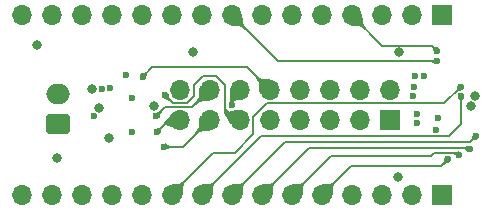
<source format=gbr>
%TF.GenerationSoftware,KiCad,Pcbnew,7.0.8*%
%TF.CreationDate,2023-10-11T21:33:04+02:00*%
%TF.ProjectId,LvL_shifter_shield,4c764c5f-7368-4696-9674-65725f736869,rev?*%
%TF.SameCoordinates,Original*%
%TF.FileFunction,Copper,L4,Inr*%
%TF.FilePolarity,Positive*%
%FSLAX46Y46*%
G04 Gerber Fmt 4.6, Leading zero omitted, Abs format (unit mm)*
G04 Created by KiCad (PCBNEW 7.0.8) date 2023-10-11 21:33:04*
%MOMM*%
%LPD*%
G01*
G04 APERTURE LIST*
G04 Aperture macros list*
%AMRoundRect*
0 Rectangle with rounded corners*
0 $1 Rounding radius*
0 $2 $3 $4 $5 $6 $7 $8 $9 X,Y pos of 4 corners*
0 Add a 4 corners polygon primitive as box body*
4,1,4,$2,$3,$4,$5,$6,$7,$8,$9,$2,$3,0*
0 Add four circle primitives for the rounded corners*
1,1,$1+$1,$2,$3*
1,1,$1+$1,$4,$5*
1,1,$1+$1,$6,$7*
1,1,$1+$1,$8,$9*
0 Add four rect primitives between the rounded corners*
20,1,$1+$1,$2,$3,$4,$5,0*
20,1,$1+$1,$4,$5,$6,$7,0*
20,1,$1+$1,$6,$7,$8,$9,0*
20,1,$1+$1,$8,$9,$2,$3,0*%
G04 Aperture macros list end*
%TA.AperFunction,ComponentPad*%
%ADD10RoundRect,0.250000X0.750000X-0.600000X0.750000X0.600000X-0.750000X0.600000X-0.750000X-0.600000X0*%
%TD*%
%TA.AperFunction,ComponentPad*%
%ADD11O,2.000000X1.700000*%
%TD*%
%TA.AperFunction,ComponentPad*%
%ADD12R,1.700000X1.700000*%
%TD*%
%TA.AperFunction,ComponentPad*%
%ADD13O,1.700000X1.700000*%
%TD*%
%TA.AperFunction,ViaPad*%
%ADD14C,0.800000*%
%TD*%
%TA.AperFunction,ViaPad*%
%ADD15C,0.600000*%
%TD*%
%TA.AperFunction,Conductor*%
%ADD16C,0.150000*%
%TD*%
G04 APERTURE END LIST*
D10*
%TO.N,GND*%
%TO.C,J4*%
X109067600Y-87325200D03*
D11*
%TO.N,+5V*%
X109067600Y-84825200D03*
%TD*%
D12*
%TO.N,Net-(J1-Pin_1)*%
%TO.C,J1*%
X137160000Y-86995000D03*
D13*
%TO.N,Net-(J1-Pin_2)*%
X137160000Y-84455000D03*
%TO.N,Net-(J1-Pin_3)*%
X134620000Y-86995000D03*
%TO.N,GND*%
X134620000Y-84455000D03*
%TO.N,Net-(J1-Pin_5)*%
X132080000Y-86995000D03*
%TO.N,Net-(J1-Pin_6)*%
X132080000Y-84455000D03*
%TO.N,Net-(J1-Pin_7)*%
X129540000Y-86995000D03*
%TO.N,Net-(J1-Pin_8)*%
X129540000Y-84455000D03*
%TO.N,Net-(J1-Pin_9)*%
X127000000Y-86995000D03*
%TO.N,Net-(J1-Pin_10)*%
X127000000Y-84455000D03*
%TO.N,Net-(J1-Pin_11)*%
X124460000Y-86995000D03*
%TO.N,Net-(J1-Pin_12)*%
X124460000Y-84455000D03*
%TO.N,Net-(J1-Pin_13)*%
X121920000Y-86995000D03*
%TO.N,Net-(J1-Pin_14)*%
X121920000Y-84455000D03*
%TO.N,Net-(J1-Pin_15)*%
X119380000Y-86995000D03*
%TO.N,GND*%
X119380000Y-84455000D03*
%TD*%
D12*
%TO.N,unconnected-(J3-Pin_1-Pad1)*%
%TO.C,J3*%
X141605000Y-93345000D03*
D13*
%TO.N,unconnected-(J3-Pin_2-Pad2)*%
X139065000Y-93345000D03*
%TO.N,unconnected-(J3-Pin_3-Pad3)*%
X136525000Y-93345000D03*
%TO.N,GND*%
X133985000Y-93345000D03*
%TO.N,Net-(J3-Pin_5)*%
X131445000Y-93345000D03*
%TO.N,Net-(J3-Pin_6)*%
X128905000Y-93345000D03*
%TO.N,Net-(J3-Pin_7)*%
X126365000Y-93345000D03*
%TO.N,Net-(J3-Pin_8)*%
X123825000Y-93345000D03*
%TO.N,Net-(J3-Pin_9)*%
X121285000Y-93345000D03*
%TO.N,Net-(J3-Pin_10)*%
X118745000Y-93345000D03*
%TO.N,unconnected-(J3-Pin_11-Pad11)*%
X116205000Y-93345000D03*
%TO.N,Net-(J3-Pin_12)*%
X113665000Y-93345000D03*
%TO.N,Net-(J3-Pin_13)*%
X111125000Y-93345000D03*
%TO.N,Net-(J3-Pin_14)*%
X108585000Y-93345000D03*
%TO.N,unconnected-(J3-Pin_15-Pad15)*%
X106045000Y-93345000D03*
%TD*%
D12*
%TO.N,unconnected-(J2-Pin_1-Pad1)*%
%TO.C,J2*%
X141575000Y-78105000D03*
D13*
%TO.N,+3.3V*%
X139035000Y-78105000D03*
%TO.N,unconnected-(J2-Pin_3-Pad3)*%
X136495000Y-78105000D03*
%TO.N,Net-(J2-Pin_4)*%
X133955000Y-78105000D03*
%TO.N,Net-(J2-Pin_5)*%
X131415000Y-78105000D03*
%TO.N,Net-(J2-Pin_6)*%
X128875000Y-78105000D03*
%TO.N,Net-(J2-Pin_7)*%
X126335000Y-78105000D03*
%TO.N,Net-(J2-Pin_8)*%
X123795000Y-78105000D03*
%TO.N,unconnected-(J2-Pin_9-Pad9)*%
X121255000Y-78105000D03*
%TO.N,unconnected-(J2-Pin_10-Pad10)*%
X118715000Y-78105000D03*
%TO.N,unconnected-(J2-Pin_11-Pad11)*%
X116175000Y-78105000D03*
%TO.N,unconnected-(J2-Pin_12-Pad12)*%
X113635000Y-78105000D03*
%TO.N,unconnected-(J2-Pin_13-Pad13)*%
X111095000Y-78105000D03*
%TO.N,GND*%
X108555000Y-78105000D03*
%TO.N,unconnected-(J2-Pin_15-Pad15)*%
X106015000Y-78105000D03*
%TD*%
D14*
%TO.N,+5V*%
X108966000Y-90220800D03*
X117217418Y-85805109D03*
X137845800Y-91846400D03*
%TO.N,GND*%
X137936900Y-81280000D03*
X113411000Y-88519000D03*
X107315000Y-80645000D03*
X120548400Y-81280000D03*
%TO.N,+3.3V*%
X144094200Y-85852000D03*
X111973957Y-84349500D03*
D15*
%TO.N,Net-(J1-Pin_1)*%
X141071600Y-87815900D03*
%TO.N,Net-(J1-Pin_2)*%
X139471400Y-87249000D03*
%TO.N,Net-(J1-Pin_3)*%
X141224000Y-86791800D03*
%TO.N,Net-(J1-Pin_5)*%
X139471400Y-86449500D03*
%TO.N,Net-(J1-Pin_6)*%
X139106900Y-85000500D03*
%TO.N,Net-(J1-Pin_7)*%
X139213273Y-84223994D03*
%TO.N,Net-(J1-Pin_8)*%
X139318127Y-83252300D03*
%TO.N,Net-(J1-Pin_9)*%
X140055600Y-83252300D03*
%TO.N,Net-(J1-Pin_10)*%
X116255800Y-83328500D03*
%TO.N,Net-(J1-Pin_11)*%
X118161541Y-84911459D03*
%TO.N,Net-(J1-Pin_12)*%
X123799600Y-85725000D03*
%TO.N,Net-(J1-Pin_13)*%
X118059200Y-89255600D03*
%TO.N,Net-(J1-Pin_14)*%
X117398800Y-86690200D03*
%TO.N,Net-(J1-Pin_15)*%
X117449600Y-88011000D03*
%TO.N,Net-(J2-Pin_4)*%
X141198600Y-81178400D03*
%TO.N,Net-(J2-Pin_5)*%
X114808000Y-83210400D03*
%TO.N,Net-(J2-Pin_6)*%
X113471413Y-84285500D03*
%TO.N,Net-(J2-Pin_7)*%
X112773200Y-84369864D03*
%TO.N,Net-(J2-Pin_8)*%
X141198600Y-82016600D03*
%TO.N,Net-(J3-Pin_5)*%
X142087600Y-90322400D03*
%TO.N,Net-(J3-Pin_6)*%
X143078200Y-89941400D03*
%TO.N,Net-(J3-Pin_7)*%
X143941800Y-89433400D03*
%TO.N,Net-(J3-Pin_8)*%
X144475200Y-88341200D03*
%TO.N,Net-(J3-Pin_9)*%
X143214100Y-84939103D03*
%TO.N,Net-(J3-Pin_10)*%
X143205200Y-84175600D03*
%TO.N,Net-(J3-Pin_12)*%
X115341400Y-85166200D03*
%TO.N,Net-(J3-Pin_13)*%
X112166400Y-86635500D03*
%TO.N,Net-(J3-Pin_14)*%
X115366800Y-87994500D03*
D14*
%TO.N,Net-(U1-OE)*%
X144373600Y-84963000D03*
%TO.N,Net-(U2-OE)*%
X112582201Y-85952628D03*
%TD*%
D16*
%TO.N,Net-(J1-Pin_10)*%
X116255800Y-83328500D02*
X117059700Y-82524600D01*
X117059700Y-82524600D02*
X125069600Y-82524600D01*
X125069600Y-82524600D02*
X127000000Y-84455000D01*
%TO.N,Net-(J1-Pin_11)*%
X119989600Y-85572600D02*
X120573800Y-84988400D01*
X123190000Y-86080600D02*
X124104400Y-86995000D01*
X118822682Y-85572600D02*
X119989600Y-85572600D01*
X124104400Y-86995000D02*
X124460000Y-86995000D01*
X122428000Y-83261200D02*
X123190000Y-84023200D01*
X120573800Y-84074000D02*
X121386600Y-83261200D01*
X121386600Y-83261200D02*
X122428000Y-83261200D01*
X123190000Y-84023200D02*
X123190000Y-86080600D01*
X118161541Y-84911459D02*
X118822682Y-85572600D01*
X120573800Y-84988400D02*
X120573800Y-84074000D01*
%TO.N,Net-(J1-Pin_12)*%
X123799600Y-85725000D02*
X123799600Y-85115400D01*
X123799600Y-85115400D02*
X124460000Y-84455000D01*
%TO.N,Net-(J1-Pin_13)*%
X119659400Y-89255600D02*
X121920000Y-86995000D01*
X118059200Y-89255600D02*
X119659400Y-89255600D01*
%TO.N,Net-(J1-Pin_14)*%
X117398800Y-86690200D02*
X118160800Y-85928200D01*
X118160800Y-85928200D02*
X120446800Y-85928200D01*
X120446800Y-85928200D02*
X121920000Y-84455000D01*
%TO.N,Net-(J1-Pin_15)*%
X117449600Y-88011000D02*
X118465600Y-86995000D01*
X118465600Y-86995000D02*
X119380000Y-86995000D01*
%TO.N,Net-(J2-Pin_4)*%
X133955000Y-78105000D02*
X136555000Y-80705000D01*
X140725200Y-80705000D02*
X141198600Y-81178400D01*
X136555000Y-80705000D02*
X140725200Y-80705000D01*
%TO.N,Net-(J2-Pin_8)*%
X127706600Y-82016600D02*
X123795000Y-78105000D01*
X141198600Y-82016600D02*
X127706600Y-82016600D01*
%TO.N,Net-(J3-Pin_5)*%
X133883400Y-90906600D02*
X131445000Y-93345000D01*
X142087600Y-90322400D02*
X141503400Y-90906600D01*
X141503400Y-90906600D02*
X133883400Y-90906600D01*
%TO.N,Net-(J3-Pin_6)*%
X143078200Y-89941400D02*
X142925800Y-89789000D01*
X140944600Y-89789000D02*
X140690600Y-90043000D01*
X142925800Y-89789000D02*
X140944600Y-89789000D01*
X140690600Y-90043000D02*
X132207000Y-90043000D01*
X132207000Y-90043000D02*
X128905000Y-93345000D01*
%TO.N,Net-(J3-Pin_7)*%
X143840200Y-89331800D02*
X143941800Y-89433400D01*
X130378200Y-89331800D02*
X143840200Y-89331800D01*
X126365000Y-93345000D02*
X130378200Y-89331800D01*
%TO.N,Net-(J3-Pin_8)*%
X143967200Y-88849200D02*
X144475200Y-88341200D01*
X123825000Y-93345000D02*
X128320800Y-88849200D01*
X128320800Y-88849200D02*
X143967200Y-88849200D01*
%TO.N,Net-(J3-Pin_9)*%
X143214100Y-84939103D02*
X143214100Y-87341700D01*
X142163800Y-88392000D02*
X126238000Y-88392000D01*
X143214100Y-87341700D02*
X142163800Y-88392000D01*
X126238000Y-88392000D02*
X121285000Y-93345000D01*
%TO.N,Net-(J3-Pin_10)*%
X122224800Y-89763600D02*
X124079000Y-89763600D01*
X124079000Y-89763600D02*
X125628400Y-88214200D01*
X125628400Y-86741000D02*
X126771400Y-85598000D01*
X126771400Y-85598000D02*
X141782800Y-85598000D01*
X118745000Y-93345000D02*
X118745000Y-93243400D01*
X141782800Y-85598000D02*
X143205200Y-84175600D01*
X118745000Y-93243400D02*
X122224800Y-89763600D01*
X125628400Y-88214200D02*
X125628400Y-86741000D01*
%TD*%
%TA.AperFunction,Conductor*%
%TO.N,Net-(J1-Pin_12)*%
G36*
X124460445Y-84457426D02*
G01*
X124462993Y-84461236D01*
X124780222Y-85228069D01*
X124780218Y-85237024D01*
X124773884Y-85243353D01*
X124772525Y-85243820D01*
X124508401Y-85316759D01*
X124506718Y-85317093D01*
X124409476Y-85329073D01*
X124258849Y-85347631D01*
X124258842Y-85347632D01*
X124258837Y-85347633D01*
X124057911Y-85388399D01*
X123923561Y-85495465D01*
X123876575Y-85715741D01*
X123871497Y-85723117D01*
X123865132Y-85725000D01*
X123735867Y-85725000D01*
X123727594Y-85721573D01*
X123724175Y-85713741D01*
X123723480Y-85695357D01*
X123712681Y-85409296D01*
X123684260Y-85186148D01*
X123650363Y-84993987D01*
X123650325Y-84993747D01*
X123621949Y-84770952D01*
X123621908Y-84770448D01*
X123610457Y-84467124D01*
X123613570Y-84458730D01*
X123621708Y-84454993D01*
X123622093Y-84454985D01*
X124452168Y-84454009D01*
X124460445Y-84457426D01*
G37*
%TD.AperFunction*%
%TD*%
%TA.AperFunction,Conductor*%
%TO.N,Net-(J1-Pin_13)*%
G36*
X121146732Y-86674687D02*
G01*
X121148057Y-86675234D01*
X121916215Y-86992438D01*
X121922552Y-86998761D01*
X121922562Y-86998785D01*
X122240312Y-87768267D01*
X122240303Y-87777222D01*
X122233964Y-87783547D01*
X122232790Y-87783960D01*
X121871108Y-87890003D01*
X121868831Y-87890432D01*
X121575084Y-87916019D01*
X121320392Y-87933669D01*
X121065741Y-88019596D01*
X120779109Y-88243735D01*
X120770481Y-88246131D01*
X120763629Y-88242791D01*
X120672208Y-88151370D01*
X120668781Y-88143097D01*
X120671262Y-88135892D01*
X120895402Y-87849258D01*
X120981329Y-87594605D01*
X120998980Y-87339914D01*
X121024565Y-87046164D01*
X121024994Y-87043890D01*
X121040080Y-86992437D01*
X121131040Y-86682207D01*
X121136655Y-86675234D01*
X121145558Y-86674274D01*
X121146732Y-86674687D01*
G37*
%TD.AperFunction*%
%TD*%
%TA.AperFunction,Conductor*%
%TO.N,Net-(J3-Pin_10)*%
G36*
X119840580Y-92056628D02*
G01*
X119932018Y-92148066D01*
X119935445Y-92156339D01*
X119933090Y-92163379D01*
X119712461Y-92456273D01*
X119642069Y-92719450D01*
X119642069Y-92719452D01*
X119644161Y-92983623D01*
X119634904Y-93286235D01*
X119634495Y-93288961D01*
X119533793Y-93657489D01*
X119528307Y-93664566D01*
X119519423Y-93665691D01*
X119518041Y-93665219D01*
X118748785Y-93347562D01*
X118742447Y-93341238D01*
X118424609Y-92571543D01*
X118424618Y-92562589D01*
X118430957Y-92556264D01*
X118431940Y-92555909D01*
X118781357Y-92447482D01*
X118783233Y-92447066D01*
X119064119Y-92408800D01*
X119306017Y-92375605D01*
X119548763Y-92278705D01*
X119824959Y-92055795D01*
X119833549Y-92053267D01*
X119840580Y-92056628D01*
G37*
%TD.AperFunction*%
%TD*%
%TA.AperFunction,Conductor*%
%TO.N,Net-(J3-Pin_6)*%
G36*
X130061370Y-92097208D02*
G01*
X130152791Y-92188629D01*
X130156218Y-92196902D01*
X130153735Y-92204109D01*
X129929596Y-92490741D01*
X129843669Y-92745392D01*
X129826019Y-93000084D01*
X129800432Y-93293831D01*
X129800003Y-93296108D01*
X129693960Y-93657790D01*
X129688344Y-93664765D01*
X129679441Y-93665725D01*
X129678267Y-93665312D01*
X128908785Y-93347562D01*
X128902447Y-93341238D01*
X128584687Y-92571732D01*
X128584696Y-92562777D01*
X128591035Y-92556452D01*
X128592193Y-92556044D01*
X128953893Y-92449993D01*
X128956164Y-92449565D01*
X129249914Y-92423980D01*
X129504605Y-92406329D01*
X129759258Y-92320402D01*
X130045892Y-92096263D01*
X130054518Y-92093868D01*
X130061370Y-92097208D01*
G37*
%TD.AperFunction*%
%TD*%
%TA.AperFunction,Conductor*%
%TO.N,Net-(J2-Pin_4)*%
G36*
X134737222Y-77784696D02*
G01*
X134743547Y-77791035D01*
X134743960Y-77792209D01*
X134850003Y-78153890D01*
X134850432Y-78156167D01*
X134876019Y-78449914D01*
X134893669Y-78704605D01*
X134979597Y-78959258D01*
X135203735Y-79245890D01*
X135206131Y-79254518D01*
X135202791Y-79261370D01*
X135111370Y-79352791D01*
X135103097Y-79356218D01*
X135095890Y-79353735D01*
X134969009Y-79254518D01*
X134809258Y-79129597D01*
X134554605Y-79043669D01*
X134299914Y-79026019D01*
X134006167Y-79000432D01*
X134003890Y-79000003D01*
X133642209Y-78893960D01*
X133635234Y-78888344D01*
X133634274Y-78879441D01*
X133634687Y-78878267D01*
X133706399Y-78704605D01*
X133952438Y-78108783D01*
X133958759Y-78102448D01*
X134728267Y-77784687D01*
X134737222Y-77784696D01*
G37*
%TD.AperFunction*%
%TD*%
%TA.AperFunction,Conductor*%
%TO.N,Net-(J1-Pin_10)*%
G36*
X125859107Y-83206263D02*
G01*
X126145740Y-83430402D01*
X126400393Y-83516329D01*
X126655084Y-83533980D01*
X126948832Y-83559565D01*
X126951107Y-83559993D01*
X127312791Y-83666039D01*
X127319765Y-83671655D01*
X127320725Y-83680558D01*
X127320312Y-83681732D01*
X127002562Y-84451214D01*
X126996237Y-84457553D01*
X126996214Y-84457562D01*
X126226732Y-84775312D01*
X126217777Y-84775303D01*
X126211452Y-84768964D01*
X126211042Y-84767800D01*
X126104993Y-84406107D01*
X126104565Y-84403831D01*
X126078980Y-84110084D01*
X126061329Y-83855393D01*
X125975402Y-83600740D01*
X125751263Y-83314107D01*
X125748868Y-83305481D01*
X125752207Y-83298630D01*
X125843630Y-83207207D01*
X125851902Y-83203781D01*
X125859107Y-83206263D01*
G37*
%TD.AperFunction*%
%TD*%
%TA.AperFunction,Conductor*%
%TO.N,Net-(J3-Pin_9)*%
G36*
X122441370Y-92097208D02*
G01*
X122532791Y-92188629D01*
X122536218Y-92196902D01*
X122533735Y-92204109D01*
X122309596Y-92490741D01*
X122223669Y-92745392D01*
X122206019Y-93000084D01*
X122180432Y-93293831D01*
X122180003Y-93296108D01*
X122073960Y-93657790D01*
X122068344Y-93664765D01*
X122059441Y-93665725D01*
X122058267Y-93665312D01*
X121288785Y-93347562D01*
X121282447Y-93341238D01*
X120964687Y-92571732D01*
X120964696Y-92562777D01*
X120971035Y-92556452D01*
X120972193Y-92556044D01*
X121333893Y-92449993D01*
X121336164Y-92449565D01*
X121629914Y-92423980D01*
X121884605Y-92406329D01*
X122139258Y-92320402D01*
X122425892Y-92096263D01*
X122434518Y-92093868D01*
X122441370Y-92097208D01*
G37*
%TD.AperFunction*%
%TD*%
%TA.AperFunction,Conductor*%
%TO.N,Net-(J3-Pin_6)*%
G36*
X143074348Y-89645042D02*
G01*
X143078223Y-89653115D01*
X143078241Y-89653717D01*
X143079183Y-89936514D01*
X143075784Y-89944799D01*
X143075737Y-89944846D01*
X142875190Y-90144451D01*
X142866908Y-90147858D01*
X142858643Y-90144412D01*
X142857896Y-90143585D01*
X142791780Y-90063106D01*
X142791322Y-90062465D01*
X142742514Y-89983412D01*
X142696785Y-89920450D01*
X142632080Y-89878956D01*
X142632078Y-89878955D01*
X142632077Y-89878955D01*
X142536220Y-89865420D01*
X142528507Y-89860870D01*
X142526156Y-89853835D01*
X142526156Y-89725075D01*
X142529583Y-89716802D01*
X142537214Y-89713393D01*
X142565258Y-89711854D01*
X142663734Y-89706450D01*
X142663737Y-89706449D01*
X142663747Y-89706449D01*
X142730202Y-89694090D01*
X142760566Y-89688444D01*
X142790183Y-89680796D01*
X142843610Y-89667001D01*
X142843978Y-89666920D01*
X142940246Y-89649017D01*
X142940974Y-89648929D01*
X143065902Y-89642074D01*
X143074348Y-89645042D01*
G37*
%TD.AperFunction*%
%TD*%
%TA.AperFunction,Conductor*%
%TO.N,Net-(J2-Pin_4)*%
G36*
X140835579Y-80707975D02*
G01*
X140925963Y-80783620D01*
X140925965Y-80783621D01*
X140925966Y-80783621D01*
X140925968Y-80783623D01*
X141008806Y-80822865D01*
X141090947Y-80840861D01*
X141187100Y-80859571D01*
X141187809Y-80859757D01*
X141301481Y-80897298D01*
X141308262Y-80903147D01*
X141308922Y-80912077D01*
X141308635Y-80912852D01*
X141201163Y-81174584D01*
X141194851Y-81180936D01*
X141194784Y-81180963D01*
X140933052Y-81288435D01*
X140924097Y-81288408D01*
X140917785Y-81282056D01*
X140917498Y-81281281D01*
X140879958Y-81167613D01*
X140879770Y-81166895D01*
X140861061Y-81070747D01*
X140843065Y-80988606D01*
X140803823Y-80905768D01*
X140803821Y-80905766D01*
X140803821Y-80905765D01*
X140803820Y-80905763D01*
X140728175Y-80815379D01*
X140725493Y-80806835D01*
X140728873Y-80799598D01*
X140819798Y-80708673D01*
X140828070Y-80705247D01*
X140835579Y-80707975D01*
G37*
%TD.AperFunction*%
%TD*%
%TA.AperFunction,Conductor*%
%TO.N,Net-(J1-Pin_12)*%
G36*
X123872166Y-85128427D02*
G01*
X123875547Y-85135665D01*
X123885969Y-85253068D01*
X123885970Y-85253074D01*
X123916795Y-85339392D01*
X123916795Y-85339393D01*
X123962153Y-85410203D01*
X124016912Y-85491421D01*
X124017287Y-85492061D01*
X124071116Y-85598978D01*
X124071776Y-85607908D01*
X124065927Y-85614689D01*
X124065177Y-85615035D01*
X123804111Y-85724115D01*
X123795156Y-85724142D01*
X123795089Y-85724115D01*
X123534021Y-85615035D01*
X123527709Y-85608683D01*
X123527736Y-85599728D01*
X123528067Y-85599010D01*
X123581920Y-85492044D01*
X123582281Y-85491428D01*
X123637045Y-85410203D01*
X123682403Y-85339394D01*
X123713230Y-85253070D01*
X123723653Y-85135664D01*
X123727798Y-85127728D01*
X123735307Y-85125000D01*
X123863893Y-85125000D01*
X123872166Y-85128427D01*
G37*
%TD.AperFunction*%
%TD*%
%TA.AperFunction,Conductor*%
%TO.N,Net-(J3-Pin_8)*%
G36*
X124981370Y-92097208D02*
G01*
X125072791Y-92188629D01*
X125076218Y-92196902D01*
X125073735Y-92204109D01*
X124849596Y-92490741D01*
X124763669Y-92745392D01*
X124746019Y-93000084D01*
X124720432Y-93293831D01*
X124720003Y-93296108D01*
X124613960Y-93657790D01*
X124608344Y-93664765D01*
X124599441Y-93665725D01*
X124598267Y-93665312D01*
X123828785Y-93347562D01*
X123822447Y-93341238D01*
X123504687Y-92571732D01*
X123504696Y-92562777D01*
X123511035Y-92556452D01*
X123512193Y-92556044D01*
X123873893Y-92449993D01*
X123876164Y-92449565D01*
X124169914Y-92423980D01*
X124424605Y-92406329D01*
X124679258Y-92320402D01*
X124965892Y-92096263D01*
X124974518Y-92093868D01*
X124981370Y-92097208D01*
G37*
%TD.AperFunction*%
%TD*%
%TA.AperFunction,Conductor*%
%TO.N,Net-(J1-Pin_11)*%
G36*
X123264278Y-85978647D02*
G01*
X123267312Y-85983912D01*
X123331344Y-86224621D01*
X123511829Y-86295693D01*
X123511832Y-86295694D01*
X123778642Y-86259046D01*
X123778643Y-86259046D01*
X123778646Y-86259045D01*
X123778648Y-86259045D01*
X124103683Y-86185344D01*
X124104269Y-86185244D01*
X124446986Y-86146472D01*
X124455591Y-86148947D01*
X124459926Y-86156783D01*
X124460000Y-86158098D01*
X124460000Y-86988173D01*
X124456573Y-86996446D01*
X124452766Y-86998987D01*
X123684738Y-87316136D01*
X123675783Y-87316127D01*
X123669821Y-87310581D01*
X123509450Y-86991899D01*
X123357263Y-86765878D01*
X123232445Y-86570660D01*
X123231286Y-86568294D01*
X123146948Y-86331622D01*
X123146316Y-86328728D01*
X123116128Y-85987952D01*
X123118811Y-85979409D01*
X123126750Y-85975266D01*
X123127782Y-85975220D01*
X123256005Y-85975220D01*
X123264278Y-85978647D01*
G37*
%TD.AperFunction*%
%TD*%
%TA.AperFunction,Conductor*%
%TO.N,Net-(J1-Pin_15)*%
G36*
X117828402Y-87541274D02*
G01*
X117919325Y-87632197D01*
X117922752Y-87640470D01*
X117920024Y-87647979D01*
X117844379Y-87738363D01*
X117844377Y-87738366D01*
X117844376Y-87738368D01*
X117829190Y-87770423D01*
X117805132Y-87821206D01*
X117787137Y-87903347D01*
X117768427Y-87999495D01*
X117768239Y-88000213D01*
X117730701Y-88113881D01*
X117724852Y-88120662D01*
X117715922Y-88121322D01*
X117715147Y-88121035D01*
X117453415Y-88013563D01*
X117447063Y-88007251D01*
X117447036Y-88007184D01*
X117370670Y-87821206D01*
X117339564Y-87745450D01*
X117339591Y-87736497D01*
X117345943Y-87730185D01*
X117346711Y-87729900D01*
X117460392Y-87692355D01*
X117461093Y-87692172D01*
X117557251Y-87673461D01*
X117639393Y-87655465D01*
X117722231Y-87616223D01*
X117812620Y-87540575D01*
X117821164Y-87537893D01*
X117828402Y-87541274D01*
G37*
%TD.AperFunction*%
%TD*%
%TA.AperFunction,Conductor*%
%TO.N,Net-(J3-Pin_10)*%
G36*
X142939634Y-84065557D02*
G01*
X143140876Y-84148190D01*
X143201384Y-84173036D01*
X143207736Y-84179348D01*
X143207763Y-84179415D01*
X143315235Y-84441147D01*
X143315208Y-84450102D01*
X143308856Y-84456414D01*
X143308081Y-84456701D01*
X143194413Y-84494239D01*
X143193695Y-84494427D01*
X143097547Y-84513137D01*
X143015406Y-84531132D01*
X142966287Y-84554402D01*
X142932568Y-84570376D01*
X142932566Y-84570377D01*
X142932563Y-84570379D01*
X142842179Y-84646024D01*
X142833635Y-84648706D01*
X142826397Y-84645325D01*
X142735474Y-84554402D01*
X142732047Y-84546129D01*
X142734775Y-84538620D01*
X142810420Y-84448235D01*
X142810421Y-84448233D01*
X142810420Y-84448233D01*
X142810423Y-84448231D01*
X142849665Y-84365393D01*
X142867661Y-84283251D01*
X142886372Y-84187093D01*
X142886555Y-84186392D01*
X142924098Y-84072717D01*
X142929947Y-84065937D01*
X142938877Y-84065277D01*
X142939634Y-84065557D01*
G37*
%TD.AperFunction*%
%TD*%
%TA.AperFunction,Conductor*%
%TO.N,Net-(J3-Pin_7)*%
G36*
X143825178Y-89160694D02*
G01*
X143831487Y-89166988D01*
X143940915Y-89428889D01*
X143940942Y-89437844D01*
X143940915Y-89437911D01*
X143832218Y-89698061D01*
X143825866Y-89704373D01*
X143816911Y-89704346D01*
X143815389Y-89703574D01*
X143708201Y-89639022D01*
X143705644Y-89636940D01*
X143632584Y-89557860D01*
X143632343Y-89557583D01*
X143571761Y-89483118D01*
X143506427Y-89437911D01*
X143492377Y-89428189D01*
X143371815Y-89408408D01*
X143364205Y-89403686D01*
X143362009Y-89396862D01*
X143362009Y-89268331D01*
X143365436Y-89260058D01*
X143373537Y-89256632D01*
X143478678Y-89255108D01*
X143480612Y-89255080D01*
X143494701Y-89253836D01*
X143565151Y-89247617D01*
X143636888Y-89230958D01*
X143717083Y-89201649D01*
X143816224Y-89160686D01*
X143825178Y-89160694D01*
G37*
%TD.AperFunction*%
%TD*%
%TA.AperFunction,Conductor*%
%TO.N,Net-(J3-Pin_8)*%
G36*
X144209634Y-88231157D02*
G01*
X144410876Y-88313790D01*
X144471384Y-88338636D01*
X144477736Y-88344948D01*
X144477763Y-88345015D01*
X144585235Y-88606747D01*
X144585208Y-88615702D01*
X144578856Y-88622014D01*
X144578081Y-88622301D01*
X144464413Y-88659839D01*
X144463695Y-88660027D01*
X144367547Y-88678737D01*
X144285406Y-88696732D01*
X144236287Y-88720002D01*
X144202568Y-88735976D01*
X144202566Y-88735977D01*
X144202563Y-88735979D01*
X144112179Y-88811624D01*
X144103635Y-88814306D01*
X144096397Y-88810925D01*
X144005474Y-88720002D01*
X144002047Y-88711729D01*
X144004775Y-88704220D01*
X144080420Y-88613835D01*
X144080421Y-88613833D01*
X144080420Y-88613833D01*
X144080423Y-88613831D01*
X144119665Y-88530993D01*
X144137661Y-88448851D01*
X144156372Y-88352693D01*
X144156555Y-88351992D01*
X144194098Y-88238317D01*
X144199947Y-88231537D01*
X144208877Y-88230877D01*
X144209634Y-88231157D01*
G37*
%TD.AperFunction*%
%TD*%
%TA.AperFunction,Conductor*%
%TO.N,Net-(J3-Pin_5)*%
G36*
X132601370Y-92097208D02*
G01*
X132692791Y-92188629D01*
X132696218Y-92196902D01*
X132693735Y-92204109D01*
X132469596Y-92490741D01*
X132383669Y-92745392D01*
X132366019Y-93000084D01*
X132340432Y-93293831D01*
X132340003Y-93296108D01*
X132233960Y-93657790D01*
X132228344Y-93664765D01*
X132219441Y-93665725D01*
X132218267Y-93665312D01*
X131448785Y-93347562D01*
X131442447Y-93341238D01*
X131124687Y-92571732D01*
X131124696Y-92562777D01*
X131131035Y-92556452D01*
X131132193Y-92556044D01*
X131493893Y-92449993D01*
X131496164Y-92449565D01*
X131789914Y-92423980D01*
X132044605Y-92406329D01*
X132299258Y-92320402D01*
X132585892Y-92096263D01*
X132594518Y-92093868D01*
X132601370Y-92097208D01*
G37*
%TD.AperFunction*%
%TD*%
%TA.AperFunction,Conductor*%
%TO.N,Net-(J3-Pin_9)*%
G36*
X143408891Y-85019490D02*
G01*
X143479677Y-85049067D01*
X143485989Y-85055419D01*
X143485962Y-85064374D01*
X143485616Y-85065124D01*
X143431787Y-85172040D01*
X143431412Y-85172680D01*
X143376653Y-85253899D01*
X143331295Y-85324707D01*
X143331295Y-85324708D01*
X143300470Y-85411026D01*
X143300469Y-85411032D01*
X143290047Y-85528438D01*
X143285902Y-85536375D01*
X143278393Y-85539103D01*
X143149807Y-85539103D01*
X143141534Y-85535676D01*
X143138153Y-85528438D01*
X143127730Y-85411031D01*
X143096903Y-85324707D01*
X143051545Y-85253899D01*
X142996786Y-85172680D01*
X142996416Y-85172050D01*
X142942581Y-85065121D01*
X142941922Y-85056194D01*
X142947771Y-85049413D01*
X142948508Y-85049072D01*
X143209590Y-84939986D01*
X143218544Y-84939960D01*
X143408891Y-85019490D01*
G37*
%TD.AperFunction*%
%TD*%
%TA.AperFunction,Conductor*%
%TO.N,Net-(J2-Pin_8)*%
G36*
X141088289Y-81750271D02*
G01*
X141088635Y-81751021D01*
X141197715Y-82012089D01*
X141197742Y-82021044D01*
X141197715Y-82021111D01*
X141088635Y-82282177D01*
X141082283Y-82288489D01*
X141073328Y-82288462D01*
X141072578Y-82288116D01*
X141006795Y-82254996D01*
X140965656Y-82234284D01*
X140965021Y-82233912D01*
X140883803Y-82179153D01*
X140812993Y-82133795D01*
X140726674Y-82102970D01*
X140726671Y-82102969D01*
X140726670Y-82102969D01*
X140704216Y-82100975D01*
X140609265Y-82092546D01*
X140601328Y-82088401D01*
X140598600Y-82080892D01*
X140598600Y-81952307D01*
X140602027Y-81944034D01*
X140609264Y-81940653D01*
X140726670Y-81930230D01*
X140812994Y-81899403D01*
X140883803Y-81854045D01*
X140965028Y-81799281D01*
X140965644Y-81798920D01*
X141072581Y-81745081D01*
X141081508Y-81744422D01*
X141088289Y-81750271D01*
G37*
%TD.AperFunction*%
%TD*%
%TA.AperFunction,Conductor*%
%TO.N,Net-(J3-Pin_5)*%
G36*
X141822034Y-90212357D02*
G01*
X142023276Y-90294990D01*
X142083784Y-90319836D01*
X142090136Y-90326148D01*
X142090163Y-90326215D01*
X142197635Y-90587947D01*
X142197608Y-90596902D01*
X142191256Y-90603214D01*
X142190481Y-90603501D01*
X142076813Y-90641039D01*
X142076095Y-90641227D01*
X141979947Y-90659937D01*
X141897806Y-90677932D01*
X141848687Y-90701202D01*
X141814968Y-90717176D01*
X141814966Y-90717177D01*
X141814963Y-90717179D01*
X141724579Y-90792824D01*
X141716035Y-90795506D01*
X141708797Y-90792125D01*
X141617874Y-90701202D01*
X141614447Y-90692929D01*
X141617175Y-90685420D01*
X141692820Y-90595035D01*
X141692821Y-90595033D01*
X141692820Y-90595033D01*
X141692823Y-90595031D01*
X141732065Y-90512193D01*
X141750061Y-90430051D01*
X141768772Y-90333893D01*
X141768955Y-90333192D01*
X141806498Y-90219517D01*
X141812347Y-90212737D01*
X141821277Y-90212077D01*
X141822034Y-90212357D01*
G37*
%TD.AperFunction*%
%TD*%
%TA.AperFunction,Conductor*%
%TO.N,Net-(J1-Pin_10)*%
G36*
X116634602Y-82858774D02*
G01*
X116725525Y-82949697D01*
X116728952Y-82957970D01*
X116726224Y-82965479D01*
X116650579Y-83055863D01*
X116650577Y-83055866D01*
X116650576Y-83055868D01*
X116635390Y-83087923D01*
X116611332Y-83138706D01*
X116593337Y-83220847D01*
X116574627Y-83316995D01*
X116574439Y-83317713D01*
X116536901Y-83431381D01*
X116531052Y-83438162D01*
X116522122Y-83438822D01*
X116521347Y-83438535D01*
X116259615Y-83331063D01*
X116253263Y-83324751D01*
X116253236Y-83324684D01*
X116176870Y-83138706D01*
X116145764Y-83062950D01*
X116145791Y-83053997D01*
X116152143Y-83047685D01*
X116152911Y-83047400D01*
X116266592Y-83009855D01*
X116267293Y-83009672D01*
X116363451Y-82990961D01*
X116445593Y-82972965D01*
X116528431Y-82933723D01*
X116618820Y-82858075D01*
X116627364Y-82855393D01*
X116634602Y-82858774D01*
G37*
%TD.AperFunction*%
%TD*%
%TA.AperFunction,Conductor*%
%TO.N,Net-(J1-Pin_15)*%
G36*
X118787241Y-86402233D02*
G01*
X118787547Y-86402527D01*
X119377265Y-86990860D01*
X119380702Y-86999129D01*
X119380702Y-86999153D01*
X119380011Y-87830778D01*
X119376577Y-87839048D01*
X119368301Y-87842468D01*
X119366047Y-87842247D01*
X119007231Y-87771452D01*
X119003889Y-87770242D01*
X118717155Y-87613654D01*
X118474422Y-87469005D01*
X118236628Y-87433514D01*
X118236627Y-87433514D01*
X118236625Y-87433514D01*
X117971015Y-87598634D01*
X117962180Y-87600092D01*
X117956565Y-87596971D01*
X117865032Y-87505438D01*
X117861605Y-87497165D01*
X117864725Y-87489210D01*
X118099354Y-87236290D01*
X118254777Y-87035826D01*
X118381172Y-86855703D01*
X118381315Y-86855510D01*
X118536516Y-86655332D01*
X118536832Y-86654960D01*
X118770709Y-86402852D01*
X118778845Y-86399118D01*
X118787241Y-86402233D01*
G37*
%TD.AperFunction*%
%TD*%
%TA.AperFunction,Conductor*%
%TO.N,Net-(J2-Pin_8)*%
G36*
X124577222Y-77784696D02*
G01*
X124583547Y-77791035D01*
X124583960Y-77792209D01*
X124690003Y-78153890D01*
X124690432Y-78156167D01*
X124716019Y-78449914D01*
X124733669Y-78704605D01*
X124819597Y-78959258D01*
X125043735Y-79245890D01*
X125046131Y-79254518D01*
X125042791Y-79261370D01*
X124951370Y-79352791D01*
X124943097Y-79356218D01*
X124935890Y-79353735D01*
X124809009Y-79254518D01*
X124649258Y-79129597D01*
X124394605Y-79043669D01*
X124139914Y-79026019D01*
X123846167Y-79000432D01*
X123843890Y-79000003D01*
X123482209Y-78893960D01*
X123475234Y-78888344D01*
X123474274Y-78879441D01*
X123474687Y-78878267D01*
X123546399Y-78704605D01*
X123792438Y-78108783D01*
X123798759Y-78102448D01*
X124568267Y-77784687D01*
X124577222Y-77784696D01*
G37*
%TD.AperFunction*%
%TD*%
%TA.AperFunction,Conductor*%
%TO.N,Net-(J1-Pin_14)*%
G36*
X117777602Y-86220474D02*
G01*
X117868525Y-86311397D01*
X117871952Y-86319670D01*
X117869224Y-86327179D01*
X117793579Y-86417563D01*
X117793577Y-86417566D01*
X117793576Y-86417568D01*
X117778390Y-86449623D01*
X117754332Y-86500406D01*
X117736337Y-86582547D01*
X117717627Y-86678695D01*
X117717439Y-86679413D01*
X117679901Y-86793081D01*
X117674052Y-86799862D01*
X117665122Y-86800522D01*
X117664347Y-86800235D01*
X117402615Y-86692763D01*
X117396263Y-86686451D01*
X117396236Y-86686384D01*
X117319870Y-86500406D01*
X117288764Y-86424650D01*
X117288791Y-86415697D01*
X117295143Y-86409385D01*
X117295911Y-86409100D01*
X117409592Y-86371555D01*
X117410293Y-86371372D01*
X117506451Y-86352661D01*
X117588593Y-86334665D01*
X117671431Y-86295423D01*
X117761820Y-86219775D01*
X117770364Y-86217093D01*
X117777602Y-86220474D01*
G37*
%TD.AperFunction*%
%TD*%
%TA.AperFunction,Conductor*%
%TO.N,Net-(J3-Pin_7)*%
G36*
X127521370Y-92097208D02*
G01*
X127612791Y-92188629D01*
X127616218Y-92196902D01*
X127613735Y-92204109D01*
X127389596Y-92490741D01*
X127303669Y-92745392D01*
X127286019Y-93000084D01*
X127260432Y-93293831D01*
X127260003Y-93296108D01*
X127153960Y-93657790D01*
X127148344Y-93664765D01*
X127139441Y-93665725D01*
X127138267Y-93665312D01*
X126368785Y-93347562D01*
X126362447Y-93341238D01*
X126044687Y-92571732D01*
X126044696Y-92562777D01*
X126051035Y-92556452D01*
X126052193Y-92556044D01*
X126413893Y-92449993D01*
X126416164Y-92449565D01*
X126709914Y-92423980D01*
X126964605Y-92406329D01*
X127219258Y-92320402D01*
X127505892Y-92096263D01*
X127514518Y-92093868D01*
X127521370Y-92097208D01*
G37*
%TD.AperFunction*%
%TD*%
%TA.AperFunction,Conductor*%
%TO.N,Net-(J1-Pin_11)*%
G36*
X118436043Y-84801450D02*
G01*
X118442355Y-84807802D01*
X118442642Y-84808577D01*
X118480180Y-84922243D01*
X118480368Y-84922961D01*
X118499078Y-85019110D01*
X118517073Y-85101251D01*
X118529734Y-85127976D01*
X118556317Y-85184090D01*
X118556319Y-85184093D01*
X118556320Y-85184094D01*
X118631965Y-85274479D01*
X118634647Y-85283023D01*
X118631266Y-85290261D01*
X118540343Y-85381184D01*
X118532070Y-85384611D01*
X118524561Y-85381883D01*
X118434176Y-85306238D01*
X118434175Y-85306237D01*
X118434172Y-85306235D01*
X118378058Y-85279652D01*
X118351333Y-85266991D01*
X118269192Y-85248996D01*
X118173043Y-85230286D01*
X118172325Y-85230098D01*
X118058659Y-85192560D01*
X118051878Y-85186711D01*
X118051218Y-85177781D01*
X118051494Y-85177033D01*
X118158977Y-84915273D01*
X118165287Y-84908923D01*
X118427090Y-84801423D01*
X118436043Y-84801450D01*
G37*
%TD.AperFunction*%
%TD*%
%TA.AperFunction,Conductor*%
%TO.N,Net-(J1-Pin_13)*%
G36*
X118184471Y-88983736D02*
G01*
X118185199Y-88984072D01*
X118292147Y-89037916D01*
X118292777Y-89038286D01*
X118373996Y-89093045D01*
X118444804Y-89138403D01*
X118531128Y-89169230D01*
X118648535Y-89179653D01*
X118656472Y-89183798D01*
X118659200Y-89191307D01*
X118659200Y-89319892D01*
X118655773Y-89328165D01*
X118648535Y-89331546D01*
X118543764Y-89340847D01*
X118531128Y-89341969D01*
X118531127Y-89341969D01*
X118531123Y-89341970D01*
X118444805Y-89372795D01*
X118444804Y-89372795D01*
X118373996Y-89418153D01*
X118292777Y-89472912D01*
X118292137Y-89473287D01*
X118185221Y-89527116D01*
X118176291Y-89527776D01*
X118169510Y-89521927D01*
X118169164Y-89521177D01*
X118107167Y-89372796D01*
X118060083Y-89260109D01*
X118060057Y-89251156D01*
X118060062Y-89251142D01*
X118169164Y-88990020D01*
X118175516Y-88983709D01*
X118184471Y-88983736D01*
G37*
%TD.AperFunction*%
%TD*%
%TA.AperFunction,Conductor*%
%TO.N,Net-(J1-Pin_14)*%
G36*
X121146732Y-84134687D02*
G01*
X121148057Y-84135234D01*
X121916215Y-84452438D01*
X121922552Y-84458761D01*
X121922562Y-84458785D01*
X122240312Y-85228267D01*
X122240303Y-85237222D01*
X122233964Y-85243547D01*
X122232790Y-85243960D01*
X121871108Y-85350003D01*
X121868831Y-85350432D01*
X121575084Y-85376019D01*
X121320392Y-85393669D01*
X121065741Y-85479596D01*
X120779109Y-85703735D01*
X120770481Y-85706131D01*
X120763629Y-85702791D01*
X120672208Y-85611370D01*
X120668781Y-85603097D01*
X120671262Y-85595892D01*
X120895402Y-85309258D01*
X120981329Y-85054605D01*
X120998980Y-84799914D01*
X121024565Y-84506164D01*
X121024994Y-84503890D01*
X121040080Y-84452437D01*
X121131040Y-84142207D01*
X121136655Y-84135234D01*
X121145558Y-84134274D01*
X121146732Y-84134687D01*
G37*
%TD.AperFunction*%
%TD*%
M02*

</source>
